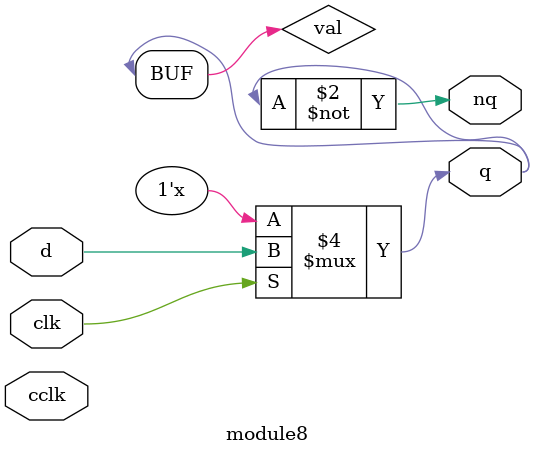
<source format=v>

module IRQ_Logic ( CLK3, CLK4, CLK5, CLK6, DL, RD, CPU_IRQ_ACK, CPU_IRQ_TRIG, bro, bot_to_Thingy, Thingy_to_bot, SYNC_RES,
	SeqControl_1, SeqControl_2, SeqOut_1, d93, A );

	input CLK3;
	input CLK4;
	input CLK5;
	input CLK6;
	inout [7:0] DL;			// DataBus
	input RD;
	output [7:0] CPU_IRQ_ACK;
	input [7:0] CPU_IRQ_TRIG;
	output [7:3] bro;			// Int address  ("Bottom Right output")
	output bot_to_Thingy;			// 1: Access to IE detected
	input Thingy_to_bot;			// 1: Write Access to IE detected (Load IE from DataBus)
	input SYNC_RES;
	output SeqControl_1;
	output SeqControl_2;
	input SeqOut_1;			// IME?
	input d93; 			// 1: Enable IRQ processing by Decoder1, 0: disable
	input [15:0] A;			// To check the address for the value 0xffff (IE)

	// Internal

	wire sc1; 			// "Seq control 1"
	wire sc2; 			// "Seq control 2"
	wire nso;		// "~Seq Out (1)"
	wire [7:0] ieq; 		// IE output
	wire [7:0] ienq;		// IE output (complement)
	wire [7:0] ifq;		// IF output
	wire [7:0] ifnq; 	// IF output (complement)
	wire [7:0] ack; 	// Acknowledged

	// IE/IF
	module7 IE [7:0] ( .clk({8{CLK6}}), .cclk({8{CLK5}}), .d(DL), .ld({8{Thingy_to_bot}}), .res({8{SYNC_RES}}), .q(ieq), .nq(ienq) );
	module8 IF [7:0] ( .clk({8{CLK3}}), .cclk({8{CLK4}}), .d(~(ienq&CPU_IRQ_TRIG)), .q(ifq), .nq(ifnq) );
	assign DL = (RD & bot_to_Thingy) ? ~ieq : 8'bzzzzzzzz; 	// znand3.

	// Breadcrumps
	assign nso = ~SeqOut_1;
	assign sc1 = ~(ifnq[0]|ifnq[1]|ifnq[2]|ifnq[3]|ifnq[4]|ifnq[5]|ifnq[6]|ifnq[7]|~nso);
	assign sc2 = CLK6 ? ~(ack[0]|ack[1]|ack[2]|ack[3]|ack[4]|ack[5]|ack[6]|ack[7]) : 1'b1;
	assign bot_to_Thingy = (A[0]&A[1]&A[2]&A[3]&A[4]&A[5]&A[6]&A[7]&A[8]&A[9]&A[10]&A[11]&A[12]&A[13]&A[14]&A[15]); 	// Addr == 0xffff

	// Priority encoder
	assign ack[0] = CLK6 ? ~(ifnq[0]&nso) : 1'b1;
	assign ack[1] = CLK6 ? ~(ifnq[1]&ifq[0]&nso) : 1'b1;
	assign ack[2] = CLK6 ? ~(ifnq[2]&ifq[0]&ifq[1]&nso) : 1'b1;
	assign ack[3] = CLK6 ? ~(ifnq[3]&ifq[0]&ifq[1]&ifq[2]&nso) : 1'b1;
	assign ack[4] = CLK6 ? ~(ifnq[4]&ifq[0]&ifq[1]&ifq[2]&ifq[3]&nso) : 1'b1;
	assign ack[5] = CLK6 ? ~(ifnq[5]&ifq[0]&ifq[1]&ifq[2]&ifq[3]&ifq[4]&nso) : 1'b1;
	assign ack[6] = CLK6 ? ~(ifnq[6]&ifq[0]&ifq[1]&ifq[2]&ifq[3]&ifq[4]&ifq[5]&nso) : 1'b1;
	assign ack[7] = CLK6 ? ~(ifnq[7]&ifq[0]&ifq[1]&ifq[2]&ifq[3]&ifq[4]&ifq[5]&ifq[6]&nso) : 1'b1;

	// Interrupt address
	assign bro[3] = ~(CLK6 ? (~(CPU_IRQ_ACK[1]|CPU_IRQ_ACK[3]|CPU_IRQ_ACK[5]|CPU_IRQ_ACK[7])) : 1'b1);
	assign bro[4] = ~(CLK6 ? (~(CPU_IRQ_ACK[2]|CPU_IRQ_ACK[3]|CPU_IRQ_ACK[6]|CPU_IRQ_ACK[7])) : 1'b1);
	assign bro[5] = ~(CLK6 ? (~(CPU_IRQ_ACK[4]|CPU_IRQ_ACK[5]|CPU_IRQ_ACK[6]|CPU_IRQ_ACK[7])) : 1'b1);
	assign bro[6] = ~sc2 & d93;
	assign bro[7] = ~nso & d93;

	assign SeqControl_1 = ~sc1;
	assign SeqControl_2 = ~sc2;
	assign CPU_IRQ_ACK = ack & {8{d93}};

endmodule // IRQ_Logic

module module7 ( clk, cclk, d, ld, res, q, nq );

	input clk;
	input cclk;
	input d;
	input ld;
	input res;
	output q;
	output nq;

	// Latch (no CLK edge detection, yes ld edge detection) with reset.

	reg val_in;
	reg val_out;
	initial val_in <= 1'b0;
	initial val_out <= 1'b0;

	always @(*) begin
		if (clk && ld)
			val_in <= d;
		if (res)
			val_in <= 1'b0;
	end

	always @(negedge ld) begin
		val_out <= val_in;
	end

	assign q = val_out;
	assign nq = ~q;

endmodule // module7

module module8 ( clk, cclk, d, q, nq );

	input clk;
	input cclk;
	input d;
	output q;
	output nq;

	// Regular (transparent) latch (no edge detection), to store the interrupt flag.

	reg val;
	initial val <= 1'b0;

	always @(*) begin
		if (clk)
			val <= d;
	end

	assign q = val;
	assign nq = ~q;

endmodule // module8

</source>
